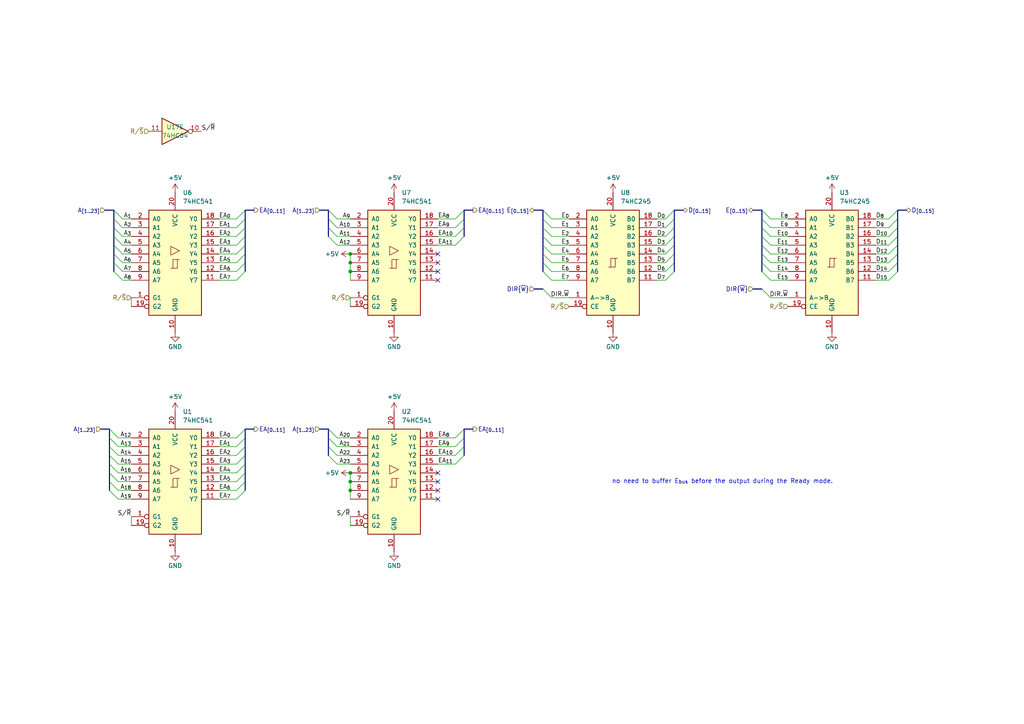
<source format=kicad_sch>
(kicad_sch (version 20250114) (generator "eeschema") (generator_version "9.0")
  (paper "A4")
  (lib_symbols
    (symbol "74xx:74HC245" (pin_names (offset 1.016))
      (property "Reference" "U" (at -7.62 16.51 0))
      (property "Value" "74HC245" (at -7.62 -16.51 0))
      (symbol "74HC245_1_0"
        (polyline (pts (xy -1.27 -1.27) (xy 0.635 -1.27) (xy 0.635 1.27) (xy 1.27 1.27)))
        (polyline (pts (xy -0.635 -1.27) (xy -0.635 1.27) (xy 0.635 1.27)))
        (pin tri_state line (at -12.7 12.7 0) (length 5.08) (name "A0") (number "2"))
        (pin tri_state line (at -12.7 10.16 0) (length 5.08) (name "A1") (number "3"))
        (pin tri_state line (at -12.7 7.62 0) (length 5.08) (name "A2") (number "4"))
        (pin tri_state line (at -12.7 5.08 0) (length 5.08) (name "A3") (number "5"))
        (pin tri_state line (at -12.7 2.54 0) (length 5.08) (name "A4") (number "6"))
        (pin tri_state line (at -12.7 0 0) (length 5.08) (name "A5") (number "7"))
        (pin tri_state line (at -12.7 -2.54 0) (length 5.08) (name "A6") (number "8"))
        (pin tri_state line (at -12.7 -5.08 0) (length 5.08) (name "A7") (number "9"))
        (pin input line (at -12.7 -10.16 0) (length 5.08) (name "A->B") (number "1"))
        (pin input inverted (at -12.7 -12.7 0) (length 5.08) (name "CE") (number "19"))
        (pin power_in line (at 0 20.32 270) (length 5.08) (name "VCC") (number "20"))
        (pin power_in line (at 0 -20.32 90) (length 5.08) (name "GND") (number "10"))
        (pin tri_state line (at 12.7 12.7 180) (length 5.08) (name "B0") (number "18"))
        (pin tri_state line (at 12.7 10.16 180) (length 5.08) (name "B1") (number "17"))
        (pin tri_state line (at 12.7 7.62 180) (length 5.08) (name "B2") (number "16"))
        (pin tri_state line (at 12.7 5.08 180) (length 5.08) (name "B3") (number "15"))
        (pin tri_state line (at 12.7 2.54 180) (length 5.08) (name "B4") (number "14"))
        (pin tri_state line (at 12.7 0 180) (length 5.08) (name "B5") (number "13"))
        (pin tri_state line (at 12.7 -2.54 180) (length 5.08) (name "B6") (number "12"))
        (pin tri_state line (at 12.7 -5.08 180) (length 5.08) (name "B7") (number "11"))
      )
      (symbol "74HC245_1_1"
        (rectangle (start -7.62 15.24) (end 7.62 -15.24) (stroke (width 0.254)) (fill (type background)))
      )
    )
    (symbol "74xx:74LS04"
      (property "Reference" "U" (at 0 1.27 0))
      (property "Value" "74LS04" (at 0 -1.27 0))
      (symbol "74LS04_1_0"
        (polyline (pts (xy -3.81 3.81) (xy -3.81 -3.81) (xy 3.81 0) (xy -3.81 3.81)) (stroke (width 0.254)) (fill (type background)))
        (pin input line (at -7.62 0 0) (length 3.81) (name "~") (number "1"))
        (pin output inverted (at 7.62 0 180) (length 3.81) (name "~") (number "2"))
      )
      (symbol "74LS04_2_0"
        (polyline (pts (xy -3.81 3.81) (xy -3.81 -3.81) (xy 3.81 0) (xy -3.81 3.81)) (stroke (width 0.254)) (fill (type background)))
        (pin input line (at -7.62 0 0) (length 3.81) (name "~") (number "3"))
        (pin output inverted (at 7.62 0 180) (length 3.81) (name "~") (number "4"))
      )
      (symbol "74LS04_3_0"
        (polyline (pts (xy -3.81 3.81) (xy -3.81 -3.81) (xy 3.81 0) (xy -3.81 3.81)) (stroke (width 0.254)) (fill (type background)))
        (pin input line (at -7.62 0 0) (length 3.81) (name "~") (number "5"))
        (pin output inverted (at 7.62 0 180) (length 3.81) (name "~") (number "6"))
      )
      (symbol "74LS04_4_0"
        (polyline (pts (xy -3.81 3.81) (xy -3.81 -3.81) (xy 3.81 0) (xy -3.81 3.81)) (stroke (width 0.254)) (fill (type background)))
        (pin input line (at -7.62 0 0) (length 3.81) (name "~") (number "9"))
        (pin output inverted (at 7.62 0 180) (length 3.81) (name "~") (number "8"))
      )
      (symbol "74LS04_5_0"
        (polyline (pts (xy -3.81 3.81) (xy -3.81 -3.81) (xy 3.81 0) (xy -3.81 3.81)) (stroke (width 0.254)) (fill (type background)))
        (pin input line (at -7.62 0 0) (length 3.81) (name "~") (number "11"))
        (pin output inverted (at 7.62 0 180) (length 3.81) (name "~") (number "10"))
      )
      (symbol "74LS04_6_0"
        (polyline (pts (xy -3.81 3.81) (xy -3.81 -3.81) (xy 3.81 0) (xy -3.81 3.81)) (stroke (width 0.254)) (fill (type background)))
        (pin input line (at -7.62 0 0) (length 3.81) (name "~") (number "13"))
        (pin output inverted (at 7.62 0 180) (length 3.81) (name "~") (number "12"))
      )
      (symbol "74LS04_7_0"
        (pin power_in line (at 0 12.7 270) (length 5.08) (name "VCC") (number "14"))
        (pin power_in line (at 0 -12.7 90) (length 5.08) (name "GND") (number "7"))
      )
      (symbol "74LS04_7_1"
        (rectangle (start -5.08 7.62) (end 5.08 -7.62) (stroke (width 0.254)) (fill (type background)))
      )
    )
    (symbol "74xx:74LS541" (pin_names (offset 1.016))
      (property "Reference" "U" (at -7.62 16.51 0))
      (property "Value" "74LS541" (at -7.62 -16.51 0))
      (symbol "74LS541_1_0"
        (polyline (pts (xy -1.27 -1.6002) (xy 0.635 -1.6002) (xy 0.635 0.9398) (xy 1.27 0.9398)))
        (polyline (pts (xy -0.635 -1.6002) (xy -0.635 0.9398) (xy 0.635 0.9398)))
        (polyline (pts (xy 1.27 3.4798) (xy -1.27 4.7498) (xy -1.27 2.2098) (xy 1.27 3.4798)) (stroke (width 0.1524)))
        (pin input line (at -12.7 12.7 0) (length 5.08) (name "A0") (number "2"))
        (pin input line (at -12.7 10.16 0) (length 5.08) (name "A1") (number "3"))
        (pin input line (at -12.7 7.62 0) (length 5.08) (name "A2") (number "4"))
        (pin input line (at -12.7 5.08 0) (length 5.08) (name "A3") (number "5"))
        (pin input line (at -12.7 2.54 0) (length 5.08) (name "A4") (number "6"))
        (pin input line (at -12.7 0 0) (length 5.08) (name "A5") (number "7"))
        (pin input line (at -12.7 -2.54 0) (length 5.08) (name "A6") (number "8"))
        (pin input line (at -12.7 -5.08 0) (length 5.08) (name "A7") (number "9"))
        (pin input inverted (at -12.7 -10.16 0) (length 5.08) (name "G1") (number "1"))
        (pin input inverted (at -12.7 -12.7 0) (length 5.08) (name "G2") (number "19"))
        (pin power_in line (at 0 20.32 270) (length 5.08) (name "VCC") (number "20"))
        (pin power_in line (at 0 -20.32 90) (length 5.08) (name "GND") (number "10"))
        (pin tri_state line (at 12.7 12.7 180) (length 5.08) (name "Y0") (number "18"))
        (pin tri_state line (at 12.7 10.16 180) (length 5.08) (name "Y1") (number "17"))
        (pin tri_state line (at 12.7 7.62 180) (length 5.08) (name "Y2") (number "16"))
        (pin tri_state line (at 12.7 5.08 180) (length 5.08) (name "Y3") (number "15"))
        (pin tri_state line (at 12.7 2.54 180) (length 5.08) (name "Y4") (number "14"))
        (pin tri_state line (at 12.7 0 180) (length 5.08) (name "Y5") (number "13"))
        (pin tri_state line (at 12.7 -2.54 180) (length 5.08) (name "Y6") (number "12"))
        (pin tri_state line (at 12.7 -5.08 180) (length 5.08) (name "Y7") (number "11"))
      )
      (symbol "74LS541_1_1"
        (rectangle (start -7.62 15.24) (end 7.62 -15.24) (stroke (width 0.254)) (fill (type background)))
      )
    )
    (symbol "power:+9V" (power) (pin_numbers (hide yes)) (pin_names (offset 0) (hide yes))
      (property "Value" "+9V" (at 0 3.556 0))
      (symbol "+9V_0_1"
        (polyline (pts (xy -0.762 1.27) (xy 0 2.54)))
        (polyline (pts (xy 0 2.54) (xy 0.762 1.27)))
        (polyline (pts (xy 0 0) (xy 0 2.54)))
      )
      (symbol "+9V_1_1"
        (pin power_in line (at 0 0 90) (length 0) (name "~") (number "1"))
      )
    )
    (symbol "power:GND" (power) (pin_numbers (hide yes)) (pin_names (offset 0) (hide yes))
      (property "Value" "GND" (at 0 -3.81 0))
      (symbol "GND_0_1"
        (polyline (pts (xy 0 0) (xy 0 -1.27) (xy 1.27 -1.27) (xy 0 -2.54) (xy -1.27 -1.27) (xy 0 -1.27)))
      )
      (symbol "GND_1_1"
        (pin power_in line (at 0 0 270) (length 0) (name "~") (number "1"))
      )
    )
  )
  (text "no need to buffer E_{bus} before the output during the Ready mode." (at 209.55 139.7 0) (effects (font (size 1.27 1.27))))
  (junction (at 101.6 76.2))
  (junction (at 101.6 139.7))
  (junction (at 101.6 73.66))
  (junction (at 101.6 78.74))
  (junction (at 101.6 142.24))
  (junction (at 101.6 137.16))
  (no_connect (at 127 137.16))
  (no_connect (at 127 81.28))
  (no_connect (at 127 139.7))
  (no_connect (at 127 142.24))
  (no_connect (at 127 76.2))
  (no_connect (at 127 78.74))
  (no_connect (at 127 144.78))
  (no_connect (at 127 73.66))
  (bus_entry (at 132.08 66.04) (size 2.54 -2.54))
  (bus_entry (at 35.56 63.5) (size -2.54 -2.54))
  (bus_entry (at 34.29 137.16) (size -2.54 -2.54))
  (bus_entry (at 257.81 68.58) (size 2.54 -2.54))
  (bus_entry (at 223.52 66.04) (size -2.54 -2.54))
  (bus_entry (at 132.08 129.54) (size 2.54 -2.54))
  (bus_entry (at 97.79 129.54) (size -2.54 -2.54))
  (bus_entry (at 193.04 76.2) (size 2.54 -2.54))
  (bus_entry (at 257.81 73.66) (size 2.54 -2.54))
  (bus_entry (at 193.04 81.28) (size 2.54 -2.54))
  (bus_entry (at 68.58 78.74) (size 2.54 -2.54))
  (bus_entry (at 160.02 68.58) (size -2.54 -2.54))
  (bus_entry (at 68.58 73.66) (size 2.54 -2.54))
  (bus_entry (at 257.81 76.2) (size 2.54 -2.54))
  (bus_entry (at 34.29 134.62) (size -2.54 -2.54))
  (bus_entry (at 223.52 68.58) (size -2.54 -2.54))
  (bus_entry (at 34.29 142.24) (size -2.54 -2.54))
  (bus_entry (at 97.79 71.12) (size -2.54 -2.54))
  (bus_entry (at 132.08 127) (size 2.54 -2.54))
  (bus_entry (at 97.79 134.62) (size -2.54 -2.54))
  (bus_entry (at 132.08 134.62) (size 2.54 -2.54))
  (bus_entry (at 97.79 66.04) (size -2.54 -2.54))
  (bus_entry (at 220.98 83.82) (size 2.54 2.54))
  (bus_entry (at 193.04 73.66) (size 2.54 -2.54))
  (bus_entry (at 132.08 63.5) (size 2.54 -2.54))
  (bus_entry (at 160.02 76.2) (size -2.54 -2.54))
  (bus_entry (at 160.02 63.5) (size -2.54 -2.54))
  (bus_entry (at 68.58 139.7) (size 2.54 -2.54))
  (bus_entry (at 132.08 132.08) (size 2.54 -2.54))
  (bus_entry (at 35.56 73.66) (size -2.54 -2.54))
  (bus_entry (at 223.52 71.12) (size -2.54 -2.54))
  (bus_entry (at 68.58 137.16) (size 2.54 -2.54))
  (bus_entry (at 68.58 81.28) (size 2.54 -2.54))
  (bus_entry (at 68.58 66.04) (size 2.54 -2.54))
  (bus_entry (at 223.52 73.66) (size -2.54 -2.54))
  (bus_entry (at 68.58 129.54) (size 2.54 -2.54))
  (bus_entry (at 68.58 142.24) (size 2.54 -2.54))
  (bus_entry (at 34.29 144.78) (size -2.54 -2.54))
  (bus_entry (at 257.81 81.28) (size 2.54 -2.54))
  (bus_entry (at 35.56 76.2) (size -2.54 -2.54))
  (bus_entry (at 35.56 66.04) (size -2.54 -2.54))
  (bus_entry (at 68.58 76.2) (size 2.54 -2.54))
  (bus_entry (at 68.58 127) (size 2.54 -2.54))
  (bus_entry (at 193.04 63.5) (size 2.54 -2.54))
  (bus_entry (at 160.02 78.74) (size -2.54 -2.54))
  (bus_entry (at 160.02 81.28) (size -2.54 -2.54))
  (bus_entry (at 35.56 78.74) (size -2.54 -2.54))
  (bus_entry (at 97.79 127) (size -2.54 -2.54))
  (bus_entry (at 160.02 66.04) (size -2.54 -2.54))
  (bus_entry (at 257.81 66.04) (size 2.54 -2.54))
  (bus_entry (at 68.58 71.12) (size 2.54 -2.54))
  (bus_entry (at 34.29 127) (size -2.54 -2.54))
  (bus_entry (at 132.08 71.12) (size 2.54 -2.54))
  (bus_entry (at 193.04 71.12) (size 2.54 -2.54))
  (bus_entry (at 132.08 68.58) (size 2.54 -2.54))
  (bus_entry (at 160.02 71.12) (size -2.54 -2.54))
  (bus_entry (at 160.02 73.66) (size -2.54 -2.54))
  (bus_entry (at 34.29 139.7) (size -2.54 -2.54))
  (bus_entry (at 35.56 71.12) (size -2.54 -2.54))
  (bus_entry (at 97.79 68.58) (size -2.54 -2.54))
  (bus_entry (at 223.52 81.28) (size -2.54 -2.54))
  (bus_entry (at 97.79 63.5) (size -2.54 -2.54))
  (bus_entry (at 257.81 78.74) (size 2.54 -2.54))
  (bus_entry (at 68.58 132.08) (size 2.54 -2.54))
  (bus_entry (at 68.58 134.62) (size 2.54 -2.54))
  (bus_entry (at 257.81 63.5) (size 2.54 -2.54))
  (bus_entry (at 223.52 63.5) (size -2.54 -2.54))
  (bus_entry (at 34.29 129.54) (size -2.54 -2.54))
  (bus_entry (at 97.79 132.08) (size -2.54 -2.54))
  (bus_entry (at 193.04 78.74) (size 2.54 -2.54))
  (bus_entry (at 223.52 78.74) (size -2.54 -2.54))
  (bus_entry (at 68.58 68.58) (size 2.54 -2.54))
  (bus_entry (at 34.29 132.08) (size -2.54 -2.54))
  (bus_entry (at 157.48 83.82) (size 2.54 2.54))
  (bus_entry (at 193.04 66.04) (size 2.54 -2.54))
  (bus_entry (at 35.56 81.28) (size -2.54 -2.54))
  (bus_entry (at 68.58 144.78) (size 2.54 -2.54))
  (bus_entry (at 223.52 76.2) (size -2.54 -2.54))
  (bus_entry (at 68.58 63.5) (size 2.54 -2.54))
  (bus_entry (at 193.04 68.58) (size 2.54 -2.54))
  (bus_entry (at 257.81 71.12) (size 2.54 -2.54))
  (bus_entry (at 35.56 68.58) (size -2.54 -2.54))
  (wire (pts (xy 38.1 132.08) (xy 34.29 132.08)))
  (bus (pts (xy 71.12 73.66) (xy 71.12 76.2)))
  (bus (pts (xy 31.75 127) (xy 31.75 124.46)))
  (bus (pts (xy 71.12 76.2) (xy 71.12 78.74)))
  (wire (pts (xy 190.5 76.2) (xy 193.04 76.2)))
  (bus (pts (xy 92.71 124.46) (xy 95.25 124.46)))
  (bus (pts (xy 157.48 78.74) (xy 157.48 76.2)))
  (wire (pts (xy 63.5 68.58) (xy 68.58 68.58)))
  (wire (pts (xy 101.6 71.12) (xy 97.79 71.12)))
  (wire (pts (xy 38.1 71.12) (xy 35.56 71.12)))
  (wire (pts (xy 228.6 66.04) (xy 223.52 66.04)))
  (bus (pts (xy 195.58 66.04) (xy 195.58 63.5)))
  (bus (pts (xy 134.62 129.54) (xy 134.62 132.08)))
  (wire (pts (xy 228.6 71.12) (xy 223.52 71.12)))
  (wire (pts (xy 38.1 149.86) (xy 38.1 152.4)))
  (bus (pts (xy 73.66 124.46) (xy 71.12 124.46)))
  (bus (pts (xy 154.94 83.82) (xy 157.48 83.82)))
  (bus (pts (xy 134.62 66.04) (xy 134.62 68.58)))
  (bus (pts (xy 71.12 127) (xy 71.12 129.54)))
  (bus (pts (xy 220.98 73.66) (xy 220.98 71.12)))
  (wire (pts (xy 127 63.5) (xy 132.08 63.5)))
  (wire (pts (xy 63.5 63.5) (xy 68.58 63.5)))
  (bus (pts (xy 33.02 66.04) (xy 33.02 63.5)))
  (bus (pts (xy 157.48 66.04) (xy 157.48 63.5)))
  (wire (pts (xy 190.5 71.12) (xy 193.04 71.12)))
  (wire (pts (xy 63.5 132.08) (xy 68.58 132.08)))
  (bus (pts (xy 157.48 71.12) (xy 157.48 68.58)))
  (wire (pts (xy 101.6 86.36) (xy 101.6 88.9)))
  (bus (pts (xy 95.25 124.46) (xy 95.25 127)))
  (bus (pts (xy 220.98 66.04) (xy 220.98 63.5)))
  (wire (pts (xy 127 66.04) (xy 132.08 66.04)))
  (wire (pts (xy 127 132.08) (xy 132.08 132.08)))
  (bus (pts (xy 33.02 78.74) (xy 33.02 76.2)))
  (bus (pts (xy 33.02 63.5) (xy 33.02 60.96)))
  (bus (pts (xy 157.48 68.58) (xy 157.48 66.04)))
  (bus (pts (xy 33.02 60.96) (xy 30.48 60.96)))
  (bus (pts (xy 157.48 73.66) (xy 157.48 71.12)))
  (wire (pts (xy 63.5 81.28) (xy 68.58 81.28)))
  (wire (pts (xy 101.6 127) (xy 97.79 127)))
  (bus (pts (xy 260.35 63.5) (xy 260.35 60.96)))
  (wire (pts (xy 38.1 137.16) (xy 34.29 137.16)))
  (wire (pts (xy 101.6 137.16) (xy 101.6 139.7)))
  (wire (pts (xy 38.1 144.78) (xy 34.29 144.78)))
  (wire (pts (xy 63.5 78.74) (xy 68.58 78.74)))
  (bus (pts (xy 95.25 66.04) (xy 95.25 68.58)))
  (wire (pts (xy 127 71.12) (xy 132.08 71.12)))
  (wire (pts (xy 63.5 127) (xy 68.58 127)))
  (wire (pts (xy 101.6 73.66) (xy 101.6 76.2)))
  (wire (pts (xy 190.5 66.04) (xy 193.04 66.04)))
  (wire (pts (xy 63.5 66.04) (xy 68.58 66.04)))
  (wire (pts (xy 101.6 76.2) (xy 101.6 78.74)))
  (wire (pts (xy 223.52 86.36) (xy 228.6 86.36)))
  (wire (pts (xy 101.6 134.62) (xy 97.79 134.62)))
  (wire (pts (xy 228.6 63.5) (xy 223.52 63.5)))
  (bus (pts (xy 195.58 76.2) (xy 195.58 73.66)))
  (bus (pts (xy 154.94 60.96) (xy 157.48 60.96)))
  (wire (pts (xy 38.1 86.36) (xy 38.1 88.9)))
  (bus (pts (xy 71.12 63.5) (xy 71.12 66.04)))
  (wire (pts (xy 160.02 86.36) (xy 165.1 86.36)))
  (bus (pts (xy 220.98 68.58) (xy 220.98 66.04)))
  (bus (pts (xy 220.98 71.12) (xy 220.98 68.58)))
  (bus (pts (xy 71.12 134.62) (xy 71.12 137.16)))
  (bus (pts (xy 33.02 68.58) (xy 33.02 66.04)))
  (wire (pts (xy 38.1 134.62) (xy 34.29 134.62)))
  (bus (pts (xy 260.35 73.66) (xy 260.35 71.12)))
  (bus (pts (xy 31.75 129.54) (xy 31.75 127)))
  (bus (pts (xy 95.25 129.54) (xy 95.25 132.08)))
  (wire (pts (xy 254 78.74) (xy 257.81 78.74)))
  (wire (pts (xy 165.1 76.2) (xy 160.02 76.2)))
  (wire (pts (xy 63.5 73.66) (xy 68.58 73.66)))
  (bus (pts (xy 218.44 83.82) (xy 220.98 83.82)))
  (wire (pts (xy 38.1 81.28) (xy 35.56 81.28)))
  (wire (pts (xy 38.1 63.5) (xy 35.56 63.5)))
  (bus (pts (xy 220.98 76.2) (xy 220.98 73.66)))
  (wire (pts (xy 254 63.5) (xy 257.81 63.5)))
  (bus (pts (xy 71.12 132.08) (xy 71.12 134.62)))
  (bus (pts (xy 31.75 142.24) (xy 31.75 139.7)))
  (wire (pts (xy 165.1 63.5) (xy 160.02 63.5)))
  (bus (pts (xy 95.25 60.96) (xy 92.71 60.96)))
  (bus (pts (xy 134.62 124.46) (xy 134.62 127)))
  (bus (pts (xy 260.35 71.12) (xy 260.35 68.58)))
  (wire (pts (xy 228.6 81.28) (xy 223.52 81.28)))
  (wire (pts (xy 101.6 142.24) (xy 101.6 144.78)))
  (wire (pts (xy 190.5 81.28) (xy 193.04 81.28)))
  (wire (pts (xy 254 66.04) (xy 257.81 66.04)))
  (wire (pts (xy 101.6 132.08) (xy 97.79 132.08)))
  (wire (pts (xy 63.5 71.12) (xy 68.58 71.12)))
  (wire (pts (xy 63.5 139.7) (xy 68.58 139.7)))
  (wire (pts (xy 254 81.28) (xy 257.81 81.28)))
  (bus (pts (xy 95.25 127) (xy 95.25 129.54)))
  (wire (pts (xy 101.6 68.58) (xy 97.79 68.58)))
  (wire (pts (xy 165.1 73.66) (xy 160.02 73.66)))
  (bus (pts (xy 260.35 76.2) (xy 260.35 73.66)))
  (bus (pts (xy 260.35 78.74) (xy 260.35 76.2)))
  (wire (pts (xy 38.1 142.24) (xy 34.29 142.24)))
  (wire (pts (xy 190.5 68.58) (xy 193.04 68.58)))
  (wire (pts (xy 38.1 76.2) (xy 35.56 76.2)))
  (wire (pts (xy 254 68.58) (xy 257.81 68.58)))
  (wire (pts (xy 101.6 66.04) (xy 97.79 66.04)))
  (wire (pts (xy 228.6 68.58) (xy 223.52 68.58)))
  (wire (pts (xy 127 127) (xy 132.08 127)))
  (bus (pts (xy 137.16 60.96) (xy 134.62 60.96)))
  (wire (pts (xy 38.1 78.74) (xy 35.56 78.74)))
  (bus (pts (xy 134.62 127) (xy 134.62 129.54)))
  (wire (pts (xy 254 71.12) (xy 257.81 71.12)))
  (wire (pts (xy 101.6 129.54) (xy 97.79 129.54)))
  (wire (pts (xy 63.5 134.62) (xy 68.58 134.62)))
  (wire (pts (xy 228.6 76.2) (xy 223.52 76.2)))
  (bus (pts (xy 31.75 137.16) (xy 31.75 134.62)))
  (wire (pts (xy 165.1 66.04) (xy 160.02 66.04)))
  (bus (pts (xy 71.12 71.12) (xy 71.12 73.66)))
  (bus (pts (xy 195.58 73.66) (xy 195.58 71.12)))
  (wire (pts (xy 38.1 68.58) (xy 35.56 68.58)))
  (bus (pts (xy 71.12 139.7) (xy 71.12 142.24)))
  (wire (pts (xy 38.1 127) (xy 34.29 127)))
  (wire (pts (xy 63.5 76.2) (xy 68.58 76.2)))
  (wire (pts (xy 101.6 78.74) (xy 101.6 81.28)))
  (wire (pts (xy 127 134.62) (xy 132.08 134.62)))
  (bus (pts (xy 220.98 78.74) (xy 220.98 76.2)))
  (bus (pts (xy 71.12 60.96) (xy 71.12 63.5)))
  (bus (pts (xy 73.66 60.96) (xy 71.12 60.96)))
  (wire (pts (xy 165.1 78.74) (xy 160.02 78.74)))
  (bus (pts (xy 71.12 124.46) (xy 71.12 127)))
  (bus (pts (xy 137.16 124.46) (xy 134.62 124.46)))
  (wire (pts (xy 190.5 63.5) (xy 193.04 63.5)))
  (wire (pts (xy 165.1 68.58) (xy 160.02 68.58)))
  (bus (pts (xy 31.75 132.08) (xy 31.75 129.54)))
  (wire (pts (xy 63.5 142.24) (xy 68.58 142.24)))
  (wire (pts (xy 63.5 137.16) (xy 68.58 137.16)))
  (bus (pts (xy 33.02 71.12) (xy 33.02 68.58)))
  (bus (pts (xy 220.98 63.5) (xy 220.98 60.96)))
  (bus (pts (xy 218.44 60.96) (xy 220.98 60.96)))
  (bus (pts (xy 29.21 124.46) (xy 31.75 124.46)))
  (bus (pts (xy 71.12 66.04) (xy 71.12 68.58)))
  (bus (pts (xy 33.02 73.66) (xy 33.02 71.12)))
  (bus (pts (xy 31.75 134.62) (xy 31.75 132.08)))
  (bus (pts (xy 260.35 60.96) (xy 262.89 60.96)))
  (wire (pts (xy 63.5 129.54) (xy 68.58 129.54)))
  (wire (pts (xy 254 76.2) (xy 257.81 76.2)))
  (bus (pts (xy 33.02 76.2) (xy 33.02 73.66)))
  (wire (pts (xy 38.1 139.7) (xy 34.29 139.7)))
  (wire (pts (xy 190.5 73.66) (xy 193.04 73.66)))
  (bus (pts (xy 260.35 66.04) (xy 260.35 63.5)))
  (wire (pts (xy 228.6 78.74) (xy 223.52 78.74)))
  (bus (pts (xy 195.58 60.96) (xy 198.12 60.96)))
  (bus (pts (xy 195.58 63.5) (xy 195.58 60.96)))
  (bus (pts (xy 71.12 129.54) (xy 71.12 132.08)))
  (bus (pts (xy 157.48 76.2) (xy 157.48 73.66)))
  (wire (pts (xy 165.1 71.12) (xy 160.02 71.12)))
  (bus (pts (xy 195.58 71.12) (xy 195.58 68.58)))
  (wire (pts (xy 38.1 129.54) (xy 34.29 129.54)))
  (wire (pts (xy 228.6 73.66) (xy 223.52 73.66)))
  (wire (pts (xy 38.1 66.04) (xy 35.56 66.04)))
  (wire (pts (xy 101.6 149.86) (xy 101.6 152.4)))
  (bus (pts (xy 195.58 68.58) (xy 195.58 66.04)))
  (bus (pts (xy 71.12 68.58) (xy 71.12 71.12)))
  (bus (pts (xy 195.58 78.74) (xy 195.58 76.2)))
  (bus (pts (xy 260.35 68.58) (xy 260.35 66.04)))
  (wire (pts (xy 190.5 78.74) (xy 193.04 78.74)))
  (wire (pts (xy 165.1 81.28) (xy 160.02 81.28)))
  (bus (pts (xy 71.12 137.16) (xy 71.12 139.7)))
  (wire (pts (xy 127 68.58) (xy 132.08 68.58)))
  (wire (pts (xy 254 73.66) (xy 257.81 73.66)))
  (bus (pts (xy 134.62 63.5) (xy 134.62 66.04)))
  (bus (pts (xy 157.48 63.5) (xy 157.48 60.96)))
  (wire (pts (xy 38.1 73.66) (xy 35.56 73.66)))
  (bus (pts (xy 95.25 63.5) (xy 95.25 60.96)))
  (wire (pts (xy 101.6 63.5) (xy 97.79 63.5)))
  (wire (pts (xy 127 129.54) (xy 132.08 129.54)))
  (wire (pts (xy 63.5 144.78) (xy 68.58 144.78)))
  (bus (pts (xy 95.25 66.04) (xy 95.25 63.5)))
  (bus (pts (xy 31.75 139.7) (xy 31.75 137.16)))
  (bus (pts (xy 134.62 60.96) (xy 134.62 63.5)))
  (wire (pts (xy 101.6 139.7) (xy 101.6 142.24)))
  (label "D_{15}" (at 254 81.28 0))
  (label "EA_{5}" (at 63.5 139.7 0))
  (label "DIR.~{W}" (at 228.6 86.36 180))
  (label "EA_{2}" (at 63.5 68.58 0))
  (label "EA_{2}" (at 63.5 132.08 0))
  (label "A_{20}" (at 101.6 127 180))
  (label "D_{6}" (at 190.5 78.74 0))
  (label "E_{10}" (at 228.6 68.58 180))
  (label "EA_{0}" (at 63.5 127 0))
  (label "E_{9}" (at 228.6 66.04 180))
  (label "A_{12}" (at 101.6 71.12 180))
  (label "D_{0}" (at 190.5 63.5 0))
  (label "EA_{3}" (at 63.5 71.12 0))
  (label "A_{21}" (at 101.6 129.54 180))
  (label "E_{14}" (at 228.6 78.74 180))
  (label "E_{0}" (at 165.1 63.5 180))
  (label "EA_{5}" (at 63.5 76.2 0))
  (label "A_{8}" (at 38.1 81.28 180))
  (label "E_{8}" (at 228.6 63.5 180))
  (label "EA_{9}" (at 127 66.04 0))
  (label "E_{15}" (at 228.6 81.28 180))
  (label "E_{7}" (at 165.1 81.28 180))
  (label "A_{12}" (at 38.1 127 180))
  (label "E_{2}" (at 165.1 68.58 180))
  (label "EA_{11}" (at 127 134.62 0))
  (label "A_{14}" (at 38.1 132.08 180))
  (label "E_{5}" (at 165.1 76.2 180))
  (label "EA_{11}" (at 127 71.12 0))
  (label "EA_{10}" (at 127 132.08 0))
  (label "S{slash}~{R}" (at 101.6 149.86 180))
  (label "D_{9}" (at 254 66.04 0))
  (label "EA_{8}" (at 127 127 0))
  (label "D_{8}" (at 254 63.5 0))
  (label "A_{9}" (at 101.6 63.5 180))
  (label "EA_{10}" (at 127 68.58 0))
  (label "A_{6}" (at 38.1 76.2 180))
  (label "A_{16}" (at 38.1 137.16 180))
  (label "A_{7}" (at 38.1 78.74 180))
  (label "D_{11}" (at 254 71.12 0))
  (label "A_{4}" (at 38.1 71.12 180))
  (label "A_{22}" (at 101.6 132.08 180))
  (label "D_{4}" (at 190.5 73.66 0))
  (label "E_{4}" (at 165.1 73.66 180))
  (label "EA_{1}" (at 63.5 66.04 0))
  (label "EA_{6}" (at 63.5 142.24 0))
  (label "D_{12}" (at 254 73.66 0))
  (label "A_{5}" (at 38.1 73.66 180))
  (label "E_{11}" (at 228.6 71.12 180))
  (label "D_{3}" (at 190.5 71.12 0))
  (label "D_{1}" (at 190.5 66.04 0))
  (label "D_{14}" (at 254 78.74 0))
  (label "A_{23}" (at 101.6 134.62 180))
  (label "DIR.~{W}" (at 165.1 86.36 180))
  (label "E_{13}" (at 228.6 76.2 180))
  (label "S{slash}~{R}" (at 58.42 38.1 0))
  (label "EA_{4}" (at 63.5 137.16 0))
  (label "E_{12}" (at 228.6 73.66 180))
  (label "EA_{7}" (at 63.5 81.28 0))
  (label "A_{3}" (at 38.1 68.58 180))
  (label "A_{17}" (at 38.1 139.7 180))
  (label "A_{10}" (at 101.6 66.04 180))
  (label "D_{7}" (at 190.5 81.28 0))
  (label "EA_{0}" (at 63.5 63.5 0))
  (label "A_{18}" (at 38.1 142.24 180))
  (label "S{slash}~{R}" (at 38.1 149.86 180))
  (label "E_{6}" (at 165.1 78.74 180))
  (label "A_{19}" (at 38.1 144.78 180))
  (label "EA_{4}" (at 63.5 73.66 0))
  (label "EA_{3}" (at 63.5 134.62 0))
  (label "EA_{1}" (at 63.5 129.54 0))
  (label "EA_{9}" (at 127 129.54 0))
  (label "EA_{8}" (at 127 63.5 0))
  (label "A_{2}" (at 38.1 66.04 180))
  (label "A_{15}" (at 38.1 134.62 180))
  (label "A_{1}" (at 38.1 63.5 180))
  (label "A_{13}" (at 38.1 129.54 180))
  (label "D_{13}" (at 254 76.2 0))
  (label "E_{3}" (at 165.1 71.12 180))
  (label "D_{5}" (at 190.5 76.2 0))
  (label "D_{10}" (at 254 68.58 0))
  (label "D_{2}" (at 190.5 68.58 0))
  (label "E_{1}" (at 165.1 66.04 180))
  (label "A_{11}" (at 101.6 68.58 180))
  (label "EA_{7}" (at 63.5 144.78 0))
  (label "EA_{6}" (at 63.5 78.74 0))
  (hierarchical_label "R/~{S}" (shape input) (at 38.1 86.36 180))
  (hierarchical_label "A_{[1..23]}" (shape input) (at 92.71 124.46 180))
  (hierarchical_label "DIR{~{W}}" (shape input) (at 218.44 83.82 180))
  (hierarchical_label "R/~{S}" (shape input) (at 101.6 86.36 180))
  (hierarchical_label "A_{[1..23]}" (shape input) (at 30.48 60.96 180))
  (hierarchical_label "EA_{[0..11]}" (shape output) (at 73.66 60.96 0))
  (hierarchical_label "D_{[0..15]}" (shape bidirectional) (at 262.89 60.96 0))
  (hierarchical_label "D_{[0..15]}" (shape bidirectional) (at 198.12 60.96 0))
  (hierarchical_label "DIR{~{W}}" (shape input) (at 154.94 83.82 180))
  (hierarchical_label "EA_{[0..11]}" (shape output) (at 137.16 124.46 0))
  (hierarchical_label "E_{[0..15]}" (shape bidirectional) (at 154.94 60.96 180))
  (hierarchical_label "R/~{S}" (shape input) (at 228.6 88.9 180))
  (hierarchical_label "A_{[1..23]}" (shape input) (at 92.71 60.96 180))
  (hierarchical_label "EA_{[0..11]}" (shape output) (at 73.66 124.46 0))
  (hierarchical_label "A_{[1..23]}" (shape input) (at 29.21 124.46 180))
  (hierarchical_label "R/~{S}" (shape input) (at 43.18 38.1 180))
  (hierarchical_label "E_{[0..15]}" (shape bidirectional) (at 218.44 60.96 180))
  (hierarchical_label "R/~{S}" (shape input) (at 165.1 88.9 180))
  (hierarchical_label "EA_{[0..11]}" (shape output) (at 137.16 60.96 0))
  (symbol (lib_id "power:GND") (at 114.3 96.52 0) (mirror y) (unit 1)
    (property "Reference" "#PWR058" (effects (hide yes)))
    (property "Value" "GND" (at 114.3 100.584 0))
    (property "Description" "Power symbol creates a global label with name \"GND\" , ground" (effects (hide yes)))
  )
  (symbol (lib_id "power:+9V") (at 177.8 55.88 0) (unit 1)
    (property "Reference" "#PWR045" (effects (hide yes)))
    (property "Value" "+5V" (at 177.8 51.562 0))
    (property "Description" "Power symbol creates a global label with name \"+9V\"" (effects (hide yes)))
  )
  (symbol (lib_id "power:GND") (at 177.8 96.52 0) (mirror y) (unit 1)
    (property "Reference" "#PWR047" (effects (hide yes)))
    (property "Value" "GND" (at 177.8 100.584 0))
    (property "Description" "Power symbol creates a global label with name \"GND\" , ground" (effects (hide yes)))
  )
  (symbol (lib_id "power:+9V") (at 50.8 55.88 0) (unit 1)
    (property "Reference" "#PWR049" (effects (hide yes)))
    (property "Value" "+5V" (at 50.8 51.562 0))
    (property "Description" "Power symbol creates a global label with name \"+9V\"" (effects (hide yes)))
  )
  (symbol (lib_id "74xx:74HC245") (at 241.3 76.2 0) (unit 1)
    (property "Reference" "U3" (at 243.4941 55.88 0) (effects (justify left)))
    (property "Value" "74HC245" (at 243.4941 58.42 0) (effects (justify left)))
    (property "Footprint" "Package_DIP:DIP-20_W7.62mm" (effects (hide yes)))
  )
  (symbol (lib_id "power:+9V") (at 241.3 55.88 0) (unit 1)
    (property "Reference" "#PWR046" (effects (hide yes)))
    (property "Value" "+5V" (at 241.3 51.562 0))
    (property "Description" "Power symbol creates a global label with name \"+9V\"" (effects (hide yes)))
  )
  (symbol (lib_id "74xx:74HC245") (at 177.8 76.2 0) (unit 1)
    (property "Reference" "U8" (at 179.9941 55.88 0) (effects (justify left)))
    (property "Value" "74HC245" (at 179.9941 58.42 0) (effects (justify left)))
    (property "Footprint" "Package_DIP:DIP-20_W7.62mm" (effects (hide yes)))
  )
  (symbol (lib_id "power:GND") (at 50.8 160.02 0) (mirror y) (unit 1)
    (property "Reference" "#PWR059" (effects (hide yes)))
    (property "Value" "GND" (at 50.8 164.084 0))
    (property "Description" "Power symbol creates a global label with name \"GND\" , ground" (effects (hide yes)))
  )
  (symbol (lib_id "power:+9V") (at 114.3 55.88 0) (unit 1)
    (property "Reference" "#PWR050" (effects (hide yes)))
    (property "Value" "+5V" (at 114.3 51.562 0))
    (property "Description" "Power symbol creates a global label with name \"+9V\"" (effects (hide yes)))
  )
  (symbol (lib_id "power:GND") (at 114.3 160.02 0) (mirror y) (unit 1)
    (property "Reference" "#PWR060" (effects (hide yes)))
    (property "Value" "GND" (at 114.3 164.084 0))
    (property "Description" "Power symbol creates a global label with name \"GND\" , ground" (effects (hide yes)))
  )
  (symbol (lib_id "74xx:74LS04") (at 50.8 38.1 0) (unit 5)
    (property "Reference" "U17" (at 50.8 36.83 0))
    (property "Value" "74HC04" (at 50.8 39.37 0))
    (property "Footprint" "Package_DIP:DIP-14_W7.62mm" (effects (hide yes)))
  )
  (symbol (lib_id "74xx:74LS541") (at 50.8 139.7 0) (unit 1)
    (property "Reference" "U1" (at 52.9941 119.38 0) (effects (justify left)))
    (property "Value" "74HC541" (at 52.9941 121.92 0) (effects (justify left)))
    (property "Footprint" "Package_DIP:DIP-20_W7.62mm" (effects (hide yes)))
  )
  (symbol (lib_id "power:+9V") (at 114.3 119.38 0) (unit 1)
    (property "Reference" "#PWR054" (effects (hide yes)))
    (property "Value" "+5V" (at 114.3 115.062 0))
    (property "Description" "Power symbol creates a global label with name \"+9V\"" (effects (hide yes)))
  )
  (symbol (lib_id "74xx:74LS541") (at 50.8 76.2 0) (unit 1)
    (property "Reference" "U6" (at 52.9941 55.88 0) (effects (justify left)))
    (property "Value" "74HC541" (at 52.9941 58.42 0) (effects (justify left)))
    (property "Footprint" "Package_DIP:DIP-20_W7.62mm" (effects (hide yes)))
  )
  (symbol (lib_id "power:+9V") (at 101.6 73.66 90) (mirror x) (unit 1)
    (property "Reference" "#PWR055" (effects (hide yes)))
    (property "Value" "+5V" (at 98.298 73.66 90) (effects (justify left)))
    (property "Description" "Power symbol creates a global label with name \"+9V\"" (effects (hide yes)))
  )
  (symbol (lib_id "power:+9V") (at 101.6 137.16 90) (mirror x) (unit 1)
    (property "Reference" "#PWR056" (effects (hide yes)))
    (property "Value" "+5V" (at 98.298 137.16 90) (effects (justify left)))
    (property "Description" "Power symbol creates a global label with name \"+9V\"" (effects (hide yes)))
  )
  (symbol (lib_id "74xx:74LS541") (at 114.3 139.7 0) (unit 1)
    (property "Reference" "U2" (at 116.4941 119.38 0) (effects (justify left)))
    (property "Value" "74HC541" (at 116.4941 121.92 0) (effects (justify left)))
    (property "Footprint" "Package_DIP:DIP-20_W7.62mm" (effects (hide yes)))
  )
  (symbol (lib_id "power:+9V") (at 50.8 119.38 0) (unit 1)
    (property "Reference" "#PWR053" (effects (hide yes)))
    (property "Value" "+5V" (at 50.8 115.062 0))
    (property "Description" "Power symbol creates a global label with name \"+9V\"" (effects (hide yes)))
  )
  (symbol (lib_id "power:GND") (at 50.8 96.52 0) (mirror y) (unit 1)
    (property "Reference" "#PWR057" (effects (hide yes)))
    (property "Value" "GND" (at 50.8 100.584 0))
    (property "Description" "Power symbol creates a global label with name \"GND\" , ground" (effects (hide yes)))
  )
  (symbol (lib_id "74xx:74LS541") (at 114.3 76.2 0) (unit 1)
    (property "Reference" "U7" (at 116.4941 55.88 0) (effects (justify left)))
    (property "Value" "74HC541" (at 116.4941 58.42 0) (effects (justify left)))
    (property "Footprint" "Package_DIP:DIP-20_W7.62mm" (effects (hide yes)))
  )
  (symbol (lib_id "power:GND") (at 241.3 96.52 0) (mirror y) (unit 1)
    (property "Reference" "#PWR048" (effects (hide yes)))
    (property "Value" "GND" (at 241.3 100.584 0))
    (property "Description" "Power symbol creates a global label with name \"GND\" , ground" (effects (hide yes)))
  )
)
</source>
